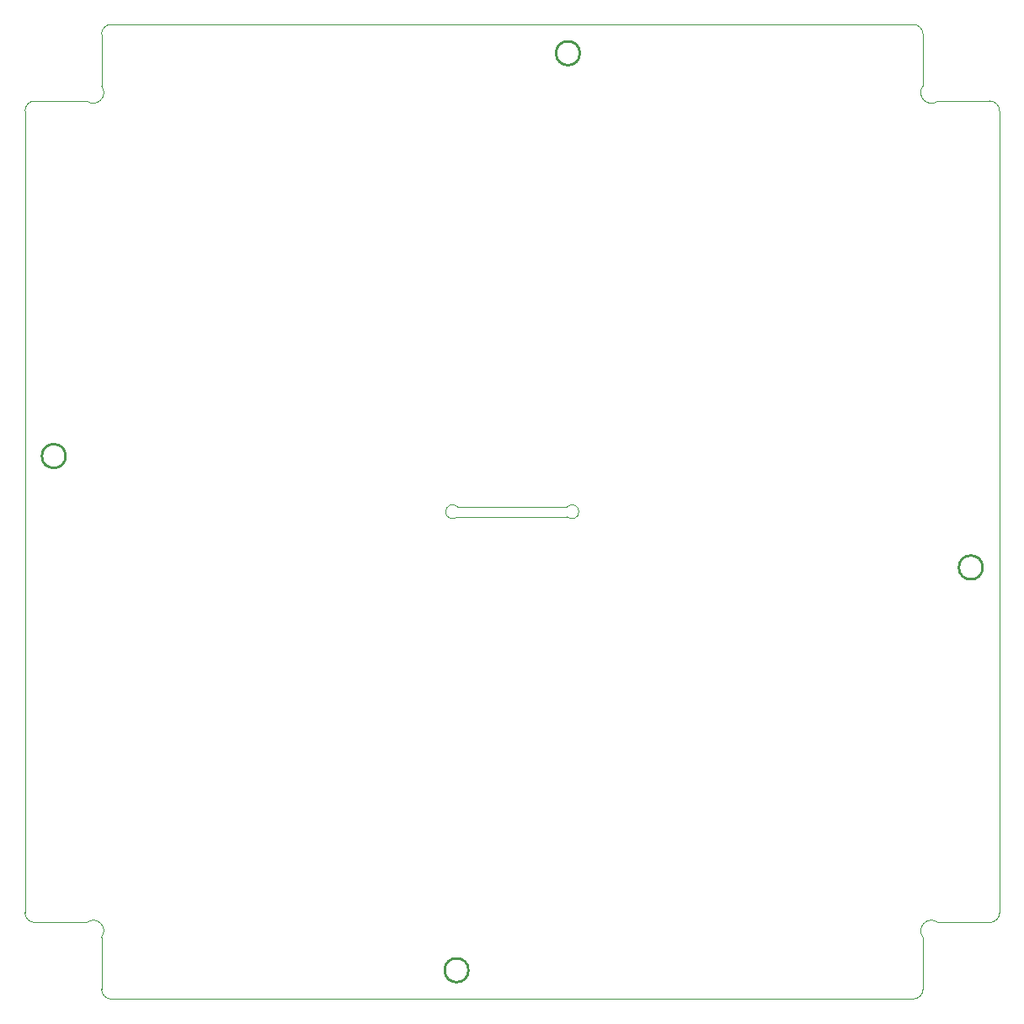
<source format=gm1>
G04 #@! TF.GenerationSoftware,KiCad,Pcbnew,8.0.2*
G04 #@! TF.CreationDate,2024-08-20T08:17:01+02:00*
G04 #@! TF.ProjectId,STS1_SIDEPANEL,53545331-5f53-4494-9445-50414e454c2e,rev?*
G04 #@! TF.SameCoordinates,Original*
G04 #@! TF.FileFunction,Profile,NP*
%FSLAX46Y46*%
G04 Gerber Fmt 4.6, Leading zero omitted, Abs format (unit mm)*
G04 Created by KiCad (PCBNEW 8.0.2) date 2024-08-20 08:17:01*
%MOMM*%
%LPD*%
G01*
G04 APERTURE LIST*
G04 #@! TA.AperFunction,Profile*
%ADD10C,0.100000*%
G04 #@! TD*
G04 #@! TA.AperFunction,Profile*
%ADD11C,0.250000*%
G04 #@! TD*
G04 APERTURE END LIST*
D10*
X130500000Y-89000000D02*
X119500000Y-89000000D01*
X119500000Y-90000000D02*
X130500000Y-90000000D01*
X130500000Y-89000000D02*
G75*
G02*
X130500000Y-90000000I500000J-500000D01*
G01*
X119500000Y-90000000D02*
G75*
G02*
X119500000Y-89000000I-500000J500000D01*
G01*
X76000000Y-49200000D02*
X76000000Y-129800000D01*
X77000000Y-48200000D02*
X82200000Y-48200000D01*
X82200000Y-130800000D02*
X77000000Y-130800000D01*
X83700000Y-46700000D02*
X83700000Y-41500000D01*
X83700000Y-137500000D02*
X83700000Y-132300000D01*
X84700000Y-40500000D02*
X165300000Y-40500000D01*
X84700000Y-138500000D02*
X165300000Y-138500000D01*
X166300000Y-41500000D02*
X166300000Y-46700000D01*
X166300000Y-132300000D02*
X166300000Y-137500000D01*
X167800000Y-48200000D02*
X173000000Y-48200000D01*
X173000000Y-130800000D02*
X167800000Y-130800000D01*
X174000000Y-49200000D02*
X174000000Y-129800000D01*
X76000000Y-49200000D02*
G75*
G02*
X77000000Y-48200000I1003614J-3614D01*
G01*
X77000000Y-130800000D02*
G75*
G02*
X76000000Y-129800000I3593J1003593D01*
G01*
X82200000Y-130800000D02*
G75*
G02*
X83700000Y-132300000I660001J-839999D01*
G01*
X83700000Y-41500000D02*
G75*
G02*
X84700000Y-40500000I996409J3591D01*
G01*
X83700000Y-46700000D02*
G75*
G02*
X82200000Y-48200000I-840000J-660000D01*
G01*
X84700000Y-138500000D02*
G75*
G02*
X83700000Y-137500000I3593J1003593D01*
G01*
X165300000Y-40500000D02*
G75*
G02*
X166300000Y-41500000I-3600J-1003600D01*
G01*
X166300000Y-132300000D02*
G75*
G02*
X167800000Y-130800000I840000J660000D01*
G01*
X166300000Y-137500000D02*
G75*
G02*
X165300000Y-138500000I-1003600J3600D01*
G01*
X167800000Y-48200000D02*
G75*
G02*
X166300000Y-46700000I-660000J840000D01*
G01*
X173000000Y-48200000D02*
G75*
G02*
X174000000Y-49200000I-3600J-1003600D01*
G01*
X174000000Y-129800000D02*
G75*
G02*
X173000000Y-130800000I-1003600J3600D01*
G01*
D11*
X80100000Y-83900000D02*
G75*
G02*
X77700000Y-83900000I-1200000J0D01*
G01*
X77700000Y-83900000D02*
G75*
G02*
X80100000Y-83900000I1200000J0D01*
G01*
X120600000Y-135600000D02*
G75*
G02*
X118200000Y-135600000I-1200000J0D01*
G01*
X118200000Y-135600000D02*
G75*
G02*
X120600000Y-135600000I1200000J0D01*
G01*
X131800000Y-43400000D02*
G75*
G02*
X129400000Y-43400000I-1200000J0D01*
G01*
X129400000Y-43400000D02*
G75*
G02*
X131800000Y-43400000I1200000J0D01*
G01*
X172300000Y-95100000D02*
G75*
G02*
X169900000Y-95100000I-1200000J0D01*
G01*
X169900000Y-95100000D02*
G75*
G02*
X172300000Y-95100000I1200000J0D01*
G01*
M02*

</source>
